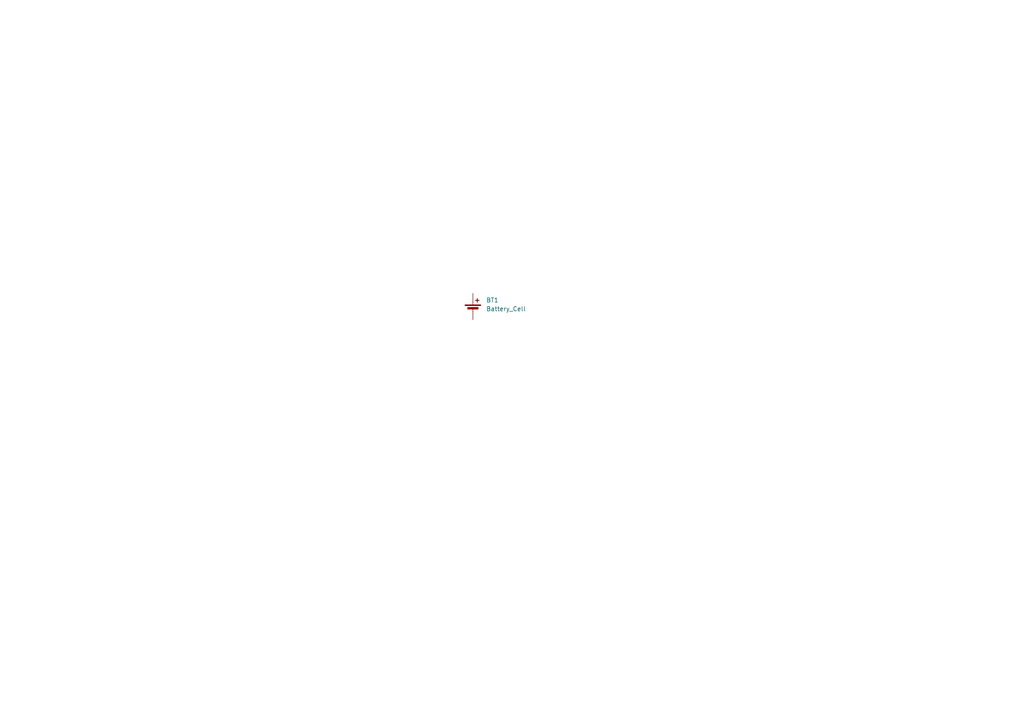
<source format=kicad_sch>
(kicad_sch (version 20231120) (generator "eeschema") (generator_version "8.0")
  (paper "A4")
  (lib_symbols
    (symbol "Device:Battery_Cell" (pin_numbers hide) (pin_names (offset 0) hide)
      (property "Reference" "BT" (at 2.54 2.54 0))
      (property "Value" "Battery_Cell" (at 2.54 0 0))
      (symbol "Battery_Cell_0_1"
        (rectangle (start -2.286 1.778) (end 2.286 1.524) (fill (type outline)))
        (rectangle (start -1.524 1.016) (end 1.524 0.508) (fill (type outline)))
        (polyline (pts (xy 0 0.762) (xy 0 0)))
        (polyline (pts (xy 0 1.778) (xy 0 2.54)))
        (polyline (pts (xy 0.762 3.048) (xy 1.778 3.048)) (stroke (width 0.254)))
        (polyline (pts (xy 1.27 3.556) (xy 1.27 2.54)) (stroke (width 0.254)))
      )
      (symbol "Battery_Cell_1_1"
        (pin passive line (at 0 5.08 270) (length 2.54) (name "+") (number "1"))
        (pin passive line (at 0 -2.54 90) (length 2.54) (name "-") (number "2"))
      )
    )
  )
  (symbol (lib_id "Device:Battery_Cell") (at 137.16 90.17 0) (unit 1)
    (property "Reference" "BT1" (at 140.97 87.0584 0) (effects (justify left)))
    (property "Value" "Battery_Cell" (at 140.97 89.5984 0) (effects (justify left)))
    (property "Description" "Single-cell battery" (effects (hide yes)))
  )
)
</source>
